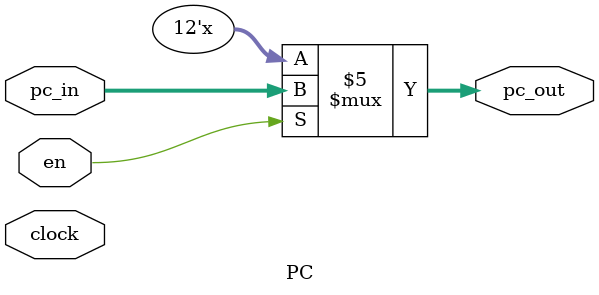
<source format=v>
module PC(clock, pc_in, pc_out, en);
	
	input clock, en;
	input [11:0] pc_in;
	output reg [11:0] pc_out;

	initial begin
		pc_out = 0;
	end


	always @(pc_in) begin
		
		if(en == 1) begin
			pc_out = pc_in;
		end
	end

endmodule	
	

</source>
